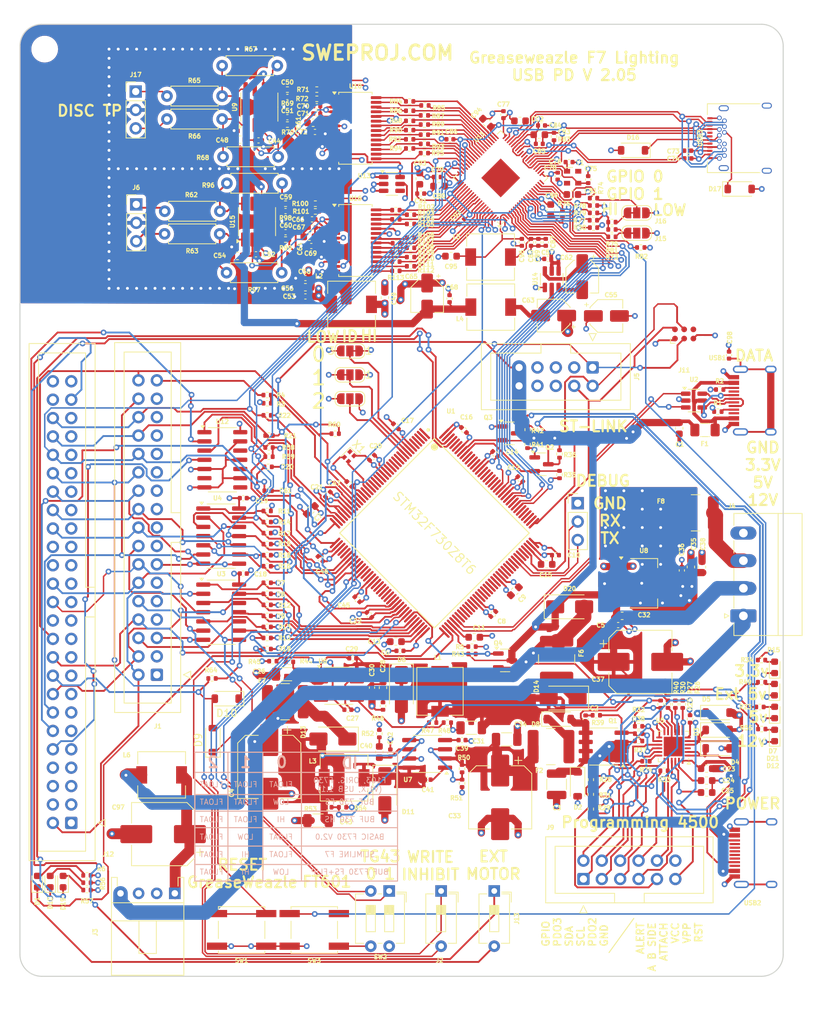
<source format=kicad_pcb>
(kicad_pcb
	(version 20240108)
	(generator "pcbnew")
	(generator_version "8.0")
	(general
		(thickness 1.6)
		(legacy_teardrops no)
	)
	(paper "E")
	(title_block
		(title "Greaseweazle F7 Lighting, USB PD")
		(date "2024-08-25")
		(rev "2.04")
		(company "SweProj.com")
	)
	(layers
		(0 "F.Cu" signal)
		(1 "In1.Cu" power)
		(2 "In2.Cu" power)
		(31 "B.Cu" signal)
		(32 "B.Adhes" user "B.Adhesive")
		(33 "F.Adhes" user "F.Adhesive")
		(34 "B.Paste" user)
		(35 "F.Paste" user)
		(36 "B.SilkS" user "B.Silkscreen")
		(37 "F.SilkS" user "F.Silkscreen")
		(38 "B.Mask" user)
		(39 "F.Mask" user)
		(40 "Dwgs.User" user "User.Drawings")
		(41 "Cmts.User" user "User.Comments")
		(42 "Eco1.User" user "User.Eco1")
		(43 "Eco2.User" user "User.Eco2")
		(44 "Edge.Cuts" user)
		(45 "Margin" user)
		(46 "B.CrtYd" user "B.Courtyard")
		(47 "F.CrtYd" user "F.Courtyard")
		(48 "B.Fab" user)
		(49 "F.Fab" user)
	)
	(setup
		(stackup
			(layer "F.SilkS"
				(type "Top Silk Screen")
			)
			(layer "F.Paste"
				(type "Top Solder Paste")
			)
			(layer "F.Mask"
				(type "Top Solder Mask")
				(thickness 0.01)
			)
			(layer "F.Cu"
				(type "copper")
				(thickness 0.035)
			)
			(layer "dielectric 1"
				(type "core")
				(thickness 0.48)
				(material "FR4")
				(epsilon_r 4.5)
				(loss_tangent 0.02)
			)
			(layer "In1.Cu"
				(type "copper")
				(thickness 0.035)
			)
			(layer "dielectric 2"
				(type "prepreg")
				(thickness 0.48)
				(material "FR4")
				(epsilon_r 4.5)
				(loss_tangent 0.02)
			)
			(layer "In2.Cu"
				(type "copper")
				(thickness 0.035)
			)
			(layer "dielectric 3"
				(type "core")
				(thickness 0.48)
				(material "FR4")
				(epsilon_r 4.5)
				(loss_tangent 0.02)
			)
			(layer "B.Cu"
				(type "copper")
				(thickness 0.035)
			)
			(layer "B.Mask"
				(type "Bottom Solder Mask")
				(thickness 0.01)
			)
			(layer "B.Paste"
				(type "Bottom Solder Paste")
			)
			(layer "B.SilkS"
				(type "Bottom Silk Screen")
			)
			(copper_finish "None")
			(dielectric_constraints no)
		)
		(pad_to_mask_clearance 0)
		(allow_soldermask_bridges_in_footprints no)
		(pcbplotparams
			(layerselection 0x00010fc_ffffffff)
			(plot_on_all_layers_selection 0x0000000_00000000)
			(disableapertmacros no)
			(usegerberextensions no)
			(usegerberattributes yes)
			(usegerberadvancedattributes yes)
			(creategerberjobfile yes)
			(dashed_line_dash_ratio 12.000000)
			(dashed_line_gap_ratio 3.000000)
			(svgprecision 6)
			(plotframeref no)
			(viasonmask no)
			(mode 1)
			(useauxorigin no)
			(hpglpennumber 1)
			(hpglpenspeed 20)
			(hpglpendiameter 15.000000)
			(pdf_front_fp_property_popups yes)
			(pdf_back_fp_property_popups yes)
			(dxfpolygonmode yes)
			(dxfimperialunits yes)
			(dxfusepcbnewfont yes)
			(psnegative no)
			(psa4output no)
			(plotreference yes)
			(plotvalue yes)
			(plotfptext yes)
			(plotinvisibletext no)
			(sketchpadsonfab no)
			(subtractmaskfromsilk no)
			(outputformat 1)
			(mirror no)
			(drillshape 0)
			(scaleselection 1)
			(outputdirectory "Greaseweazle_V1.01")
		)
	)
	(net 0 "")
	(net 1 "Net-(D2-K)")
	(net 2 "Net-(C2-Pad2)")
	(net 3 "Net-(U1A-VDD12OTGHS)")
	(net 4 "+12V")
	(net 5 "+3V3")
	(net 6 "+5VA")
	(net 7 "Net-(U1A-VCAP_1)")
	(net 8 "Net-(U1A-VCAP_2)")
	(net 9 "Net-(U5-VREG_2V7)")
	(net 10 "/Power_USB/USB_POWER")
	(net 11 "Net-(U5-VREG_1V2)")
	(net 12 "Net-(U6-SS)")
	(net 13 "Net-(U6-COMP)")
	(net 14 "Net-(C28-Pad2)")
	(net 15 "Net-(D6-K)")
	(net 16 "Net-(U6-BOOT)")
	(net 17 "Net-(D14-A)")
	(net 18 "Net-(U7-SS)")
	(net 19 "+24V")
	(net 20 "+5V")
	(net 21 "Net-(U7-COMP)")
	(net 22 "Net-(D11-K)")
	(net 23 "Net-(C40-Pad2)")
	(net 24 "Net-(U7-BOOT)")
	(net 25 "Net-(D13-A)")
	(net 26 "Net-(U10-SENSE)")
	(net 27 "Net-(U10-VIN+)")
	(net 28 "Net-(U10-VIN-)")
	(net 29 "/LED1")
	(net 30 "/Power_USB/CC2")
	(net 31 "/Power_USB/CC1")
	(net 32 "Net-(U10-REFT)")
	(net 33 "Net-(U10-REFB)")
	(net 34 "Net-(U14-CAP+)")
	(net 35 "Net-(U14-CAP-)")
	(net 36 "Net-(U14-OUT)")
	(net 37 "Net-(U11-T0DN)")
	(net 38 "Net-(U11-T0DP)")
	(net 39 "/~{RDY}")
	(net 40 "/~{WR_PROT}")
	(net 41 "/~{TRK_00}")
	(net 42 "/~{INDEX}")
	(net 43 "Net-(U11-XI)")
	(net 44 "Net-(U11-XO)")
	(net 45 "/SWDIO")
	(net 46 "/SWCLK")
	(net 47 "/ID2")
	(net 48 "Net-(J3-Pin_1)")
	(net 49 "/Power_USB/RST")
	(net 50 "/Power_USB/POWER_PDO2")
	(net 51 "VPP")
	(net 52 "/Power_USB/SCL")
	(net 53 "/Power_USB/SDA")
	(net 54 "/Power_USB/ATTACH")
	(net 55 "/Power_USB/POWER_PDO3")
	(net 56 "/Power_USB/A_B_SIDE")
	(net 57 "/Power_USB/GPIO")
	(net 58 "/Power_USB/ALERT")
	(net 59 "Net-(D1-A)")
	(net 60 "Net-(D7-A)")
	(net 61 "Net-(D8-K)")
	(net 62 "/~{FLIPPY}")
	(net 63 "Net-(D12-A)")
	(net 64 "/~{DENS}")
	(net 65 "/SPARE1")
	(net 66 "/SPARE2")
	(net 67 "/~{M0}")
	(net 68 "/~{DS1}")
	(net 69 "/~{DS0}")
	(net 70 "/~{DIR}")
	(net 71 "/~{STEP}")
	(net 72 "/~{WR_DAT}")
	(net 73 "/~{WR_GATE}")
	(net 74 "/~{SIDE}")
	(net 75 "Net-(D13-K)")
	(net 76 "Net-(D14-K)")
	(net 77 "Net-(D15-A)")
	(net 78 "Net-(D16-K)")
	(net 79 "Net-(D17-K)")
	(net 80 "Net-(U2-VBUS)")
	(net 81 "Net-(J4-Pin_3)")
	(net 82 "/~{M1}")
	(net 83 "Net-(J1-Pin_6)")
	(net 84 "Net-(J1-Pin_33)")
	(net 85 "unconnected-(J5-Pin_3-Pad3)")
	(net 86 "nRST")
	(net 87 "/RX")
	(net 88 "/TX")
	(net 89 "unconnected-(J11-Pin_6-Pad6)")
	(net 90 "unconnected-(J12-Pin_4-Pad4)")
	(net 91 "unconnected-(J12-Pin_6-Pad6)")
	(net 92 "unconnected-(J12-Pin_8-Pad8)")
	(net 93 "/~{FD2S}")
	(net 94 "/~{DC}")
	(net 95 "unconnected-(J12-Pin_24-Pad24)")
	(net 96 "VCC")
	(net 97 "/~{DRIVE2}")
	(net 98 "/~{DRIVE3}")
	(net 99 "unconnected-(J12-Pin_50-Pad50)")
	(net 100 "Net-(J15-Pin_1)")
	(net 101 "Net-(J16-Pin_1)")
	(net 102 "Net-(J17-Pin_1)")
	(net 103 "Net-(J17-Pin_3)")
	(net 104 "/BE_0")
	(net 105 "Net-(Q1-G)")
	(net 106 "Net-(USB1-CC1)")
	(net 107 "Net-(USB1-CC2)")
	(net 108 "Net-(U1A-OTG_HS_REXT)")
	(net 109 "Net-(U5-VBUS_VS_DISCH)")
	(net 110 "Net-(U5-VBUS_EN_SNK)")
	(net 111 "/AD_USB/TX+")
	(net 112 "Net-(U5-DISCH)")
	(net 113 "Net-(U6-EN)")
	(net 114 "Net-(U6-VSENSE)")
	(net 115 "Net-(U7-EN)")
	(net 116 "Net-(U7-VSENSE)")
	(net 117 "Net-(U9-+IN)")
	(net 118 "Net-(U9--IN)")
	(net 119 "Net-(U9--OUT)")
	(net 120 "Net-(U9-+OUT)")
	(net 121 "Net-(U10-MODE)")
	(net 122 "Net-(U11-GPIO0)")
	(net 123 "Net-(U11-GPIO1)")
	(net 124 "Net-(U11-WAKEUP_N)")
	(net 125 "Net-(U11-SIWU_N)")
	(net 126 "Net-(U11-OE_N)")
	(net 127 "Net-(U11-RD_N)")
	(net 128 "Net-(U11-WR_N)")
	(net 129 "Net-(U11-RREF)")
	(net 130 "Net-(U11-DATA_0)")
	(net 131 "Net-(U11-DATA_1)")
	(net 132 "Net-(U11-DATA_2)")
	(net 133 "Net-(U11-DATA_3)")
	(net 134 "Net-(U11-DATA_4)")
	(net 135 "Net-(U11-DATA_5)")
	(net 136 "Net-(U11-DATA_6)")
	(net 137 "Net-(U11-DATA_7)")
	(net 138 "Net-(U11-DATA_8)")
	(net 139 "Net-(U11-DATA_9)")
	(net 140 "Net-(U11-DATA_10)")
	(net 141 "Net-(U11-DATA_11)")
	(net 142 "unconnected-(U1C-PE2-Pad1)")
	(net 143 "unconnected-(U1C-PE3-Pad2)")
	(net 144 "unconnected-(U1C-PE4-Pad3)")
	(net 145 "unconnected-(U1C-PE5-Pad4)")
	(net 146 "unconnected-(U1C-PE6-Pad5)")
	(net 147 "unconnected-(U1C-PF0-Pad10)")
	(net 148 "unconnected-(U1C-PF1-Pad11)")
	(net 149 "unconnected-(U1C-PF2-Pad12)")
	(net 150 "unconnected-(U1C-PF3-Pad13)")
	(net 151 "unconnected-(U1C-PF4-Pad14)")
	(net 152 "unconnected-(U1C-PF5-Pad15)")
	(net 153 "unconnected-(U1C-PF6-Pad18)")
	(net 154 "unconnected-(U1C-PF7-Pad19)")
	(net 155 "unconnected-(U1C-PF8-Pad20)")
	(net 156 "unconnected-(U1C-PF9-Pad21)")
	(net 157 "unconnected-(U1C-PF10-Pad22)")
	(net 158 "Net-(U1C-PH0)")
	(net 159 "unconnected-(U1C-PH1-Pad24)")
	(net 160 "unconnected-(U1B-PC0-Pad26)")
	(net 161 "unconnected-(U1B-PA4-Pad40)")
	(net 162 "unconnected-(U1B-PA5-Pad41)")
	(net 163 "unconnected-(U1B-PC5-Pad45)")
	(net 164 "unconnected-(U1C-PF11-Pad49)")
	(net 165 "unconnected-(U1C-PF12-Pad50)")
	(net 166 "unconnected-(U1C-PF13-Pad53)")
	(net 167 "unconnected-(U1C-PF14-Pad54)")
	(net 168 "unconnected-(U1C-PF15-Pad55)")
	(net 169 "unconnected-(U1C-PG0-Pad56)")
	(net 170 "unconnected-(U1C-PG1-Pad57)")
	(net 171 "unconnected-(U1C-PE7-Pad58)")
	(net 172 "unconnected-(U1C-PE8-Pad59)")
	(net 173 "unconnected-(J12-Pin_43-Pad43)")
	(net 174 "/~{EXT_MOTOR}")
	(net 175 "unconnected-(U1B-PD8-Pad79)")
	(net 176 "unconnected-(U1B-PD9-Pad80)")
	(net 177 "unconnected-(U1B-PD10-Pad81)")
	(net 178 "SCL_3V3")
	(net 179 "SDA_3V3")
	(net 180 "/P_STUSB")
	(net 181 "/~{MOTOR_EN}")
	(net 182 "unconnected-(U1B-PD11-Pad82)")
	(net 183 "unconnected-(U1B-PD12-Pad83)")
	(net 184 "unconnected-(U1B-PD13-Pad84)")
	(net 185 "unconnected-(U1B-PD14-Pad87)")
	(net 186 "unconnected-(U1B-PD15-Pad88)")
	(net 187 "unconnected-(U1C-PG2-Pad89)")
	(net 188 "unconnected-(U1C-PG3-Pad90)")
	(net 189 "unconnected-(U1C-PG4-Pad91)")
	(net 190 "unconnected-(U1C-PG5-Pad92)")
	(net 191 "unconnected-(U1C-PG8-Pad93)")
	(net 192 "unconnected-(U1B-PC6-Pad96)")
	(net 193 "unconnected-(U1B-PC7-Pad97)")
	(net 194 "unconnected-(U1B-PC8-Pad98)")
	(net 195 "unconnected-(U1B-PC9-Pad99)")
	(net 196 "unconnected-(U1B-PA8-Pad100)")
	(net 197 "unconnected-(U1B-PA11-Pad103)")
	(net 198 "unconnected-(U1B-PA12-Pad104)")
	(net 199 "unconnected-(U1B-PA15-Pad110)")
	(net 200 "unconnected-(U1B-PC10-Pad111)")
	(net 201 "unconnected-(U1B-PC11-Pad112)")
	(net 202 "/BE_1")
	(net 203 "/BE_2")
	(net 204 "/BE_3")
	(net 205 "/TXE_N")
	(net 206 "+3.3VADC")
	(net 207 "unconnected-(U1B-PC12-Pad113)")
	(net 208 "unconnected-(U1B-PD0-Pad114)")
	(net 209 "-3V3")
	(net 210 "/~{DENSEL}")
	(net 211 "/INUSE")
	(net 212 "/~{M0_EN}")
	(net 213 "/~{DRIVE1}")
	(net 214 "/~{DRIVE0}")
	(net 215 "/~{M1_EN}")
	(net 216 "/~{DIRECTION}")
	(net 217 "/~{STEPS}")
	(net 218 "/~{WR_DATA}")
	(net 219 "/~{WR_GATE_OUT}")
	(net 220 "/~{SIDE_SEL}")
	(net 221 "unconnected-(U1B-PD3-Pad117)")
	(net 222 "/RXE_N")
	(net 223 "unconnected-(U1C-PG9-Pad124)")
	(net 224 "Net-(J2-Pad2)")
	(net 225 "unconnected-(U1C-PG10-Pad125)")
	(net 226 "unconnected-(U1C-PG11-Pad126)")
	(net 227 "unconnected-(U1C-PG12-Pad127)")
	(net 228 "unconnected-(U1C-PG13-Pad128)")
	(net 229 "unconnected-(U1C-PG14-Pad129)")
	(net 230 "unconnected-(U1C-PG15-Pad132)")
	(net 231 "unconnected-(U1B-PB3-Pad133)")
	(net 232 "/AD_USB/D+")
	(net 233 "/AD_USB/D-")
	(net 234 "/AD_USB/RX-")
	(net 235 "unconnected-(U1B-PB4-Pad134)")
	(net 236 "unconnected-(U1B-PB5-Pad135)")
	(net 237 "/~{RD_DATA}")
	(net 238 "/AD/CLK_60MHz")
	(net 239 "unconnected-(U1B-PB8-Pad139)")
	(net 240 "unconnected-(U1B-PB9-Pad140)")
	(net 241 "unconnected-(Y1-Pad2)")
	(net 242 "unconnected-(Y1-Pad4)")
	(net 243 "/~{TG43_0}")
	(net 244 "/~{TG43_1}")
	(net 245 "/AD_USB/RX+")
	(net 246 "/LED2")
	(net 247 "/LED3")
	(net 248 "Net-(USB1-DP1)")
	(net 249 "Net-(USB1-DN1)")
	(net 250 "unconnected-(U5-NC-Pad3)")
	(net 251 "/AD_USB/VD10")
	(net 252 "/AD_USB/VCCIO")
	(net 253 "/AD_USB/AVDD")
	(net 254 "unconnected-(U9-NC-Pad7)")
	(net 255 "unconnected-(U10-OTR-Pad1)")
	(net 256 "Net-(U11-CLK)")
	(net 257 "/AD_USB/FT_RST")
	(net 258 "GND")
	(net 259 "unconnected-(U13-Pad4)")
	(net 260 "unconnected-(U11-DATA_31-Pad76)")
	(net 261 "unconnected-(U11-EXP-Pad77)")
	(net 262 "unconnected-(USB1-SBU2-Pad3)")
	(net 263 "unconnected-(USB1-SBU1-Pad9)")
	(net 264 "unconnected-(USB2-SBU2-Pad3)")
	(net 265 "unconnected-(USB2-DN2-Pad5)")
	(net 266 "unconnected-(USB2-DP1-Pad6)")
	(net 267 "unconnected-(USB2-DN1-Pad7)")
	(net 268 "unconnected-(USB2-DP2-Pad8)")
	(net 269 "unconnected-(USB2-SBU1-Pad9)")
	(net 270 "unconnected-(USB3-SBU1-PadA8)")
	(net 271 "unconnected-(USB3-SBU2-PadB8)")
	(net 272 "/AD_USB/VBUS")
	(net 273 "/AD_USB/TX-")
	(net 274 "unconnected-(X1-Tri-State-Pad1)")
	(net 275 "Net-(D18-A)")
	(net 276 "Net-(D19-A)")
	(net 277 "Net-(J13-Pad2)")
	(net 278 "/~{MOTOR2}")
	(net 279 "/~{FD2}")
	(net 280 "unconnected-(U12-Pad6)")
	(net 281 "unconnected-(U12-Pad8)")
	(net 282 "unconnected-(U12-Pad10)")
	(net 283 "unconnected-(U12-Pad12)")
	(net 284 "unconnected-(J12-Pin_48-Pad48)")
	(net 285 "Net-(D21-A)")
	(net 286 "Net-(U15-VOCM)")
	(net 287 "Net-(U16-VIN+)")
	(net 288 "Net-(U16-VIN-)")
	(net 289 "Net-(U16-REFB)")
	(net 290 "Net-(U16-REFT)")
	(net 291 "Net-(J6-Pin_1)")
	(net 292 "Net-(J6-Pin_3)")
	(net 293 "Net-(U15-+IN)")
	(net 294 "Net-(U15--IN)")
	(net 295 "Net-(U15--OUT)")
	(net 296 "Net-(U15-+OUT)")
	(net 297 "Net-(U16-MODE)")
	(net 298 "unconnected-(U15-NC-Pad7)")
	(net 299 "unconnected-(U16-OTR-Pad1)")
	(net 300 "Net-(U11-DATA_16)")
	(net 301 "Net-(U11-DATA_17)")
	(net 302 "Net-(U11-DATA_18)")
	(net 303 "Net-(U11-DATA_19)")
	(net 304 "Net-(U11-DATA_20)")
	(net 305 "Net-(U11-DATA_21)")
	(net 306 "Net-(U11-DATA_22)")
	(net 307 "Net-(U11-DATA_23)")
	(net 308 "Net-(U11-DATA_24)")
	(net 309 "Net-(U11-DATA_25)")
	(net 310 "Net-(U11-DATA_26)")
	(net 311 "Net-(U11-DATA_27)")
	(net 312 "/PA11")
	(net 313 "/PA10")
	(net 314 "/PA9")
	(net 315 "/PA8")
	(net 316 "/PA7")
	(net 317 "/PA6")
	(net 318 "/PA5")
	(net 319 "/PA4")
	(net 320 "/PA3")
	(net 321 "/PA2")
	(net 322 "/PA1")
	(net 323 "/PA0")
	(net 324 "/PA23")
	(net 325 "/PA22")
	(net 326 "/PA21")
	(net 327 "/PA20")
	(net 328 "/PA19")
	(net 329 "/PA18")
	(net 330 "/PA17")
	(net 331 "/PA16")
	(net 332 "/PA15")
	(net 333 "/PA14")
	(net 334 "/PA13")
	(net 335 "/PA12")
	(net 336 "Net-(USB1-SHIELD)")
	(net 337 "/USB_D_P")
	(net 338 "/USB_D_N")
	(footprint "MountingHole:MountingHole_3.2mm_M3" (layer "F.Cu") (at 192.532 33.02))
	(footprint "MountingHole:MountingHole_3.2mm_M3" (layer "F.Cu") (at 192.532 157.48))
	(footprint "MountingHole:MountingHole_3.2mm_M3" (layer "F.Cu") (at 93.98 33.02))
	(footprint "Capacitor_SMD:C_0402_1005Metric" (layer "F.Cu") (at 136.060589 93.060589 135))
	(footprint "Capacitor_SMD:C_0603_1608Metric" (layer "F.Cu") (at 181.642 85.344 90))
	(footprint "Capacitor_SMD:C_0402_1005Metric" (layer "F.Cu") (at 168.7 125.476 90))
	(footprint "Capacitor_SMD:C_1210_3225Metric" (layer "F.Cu") (at 164.7 134.5 -90))
	(footprint "Capacitor_SMD:C_0402_1005Metric" (layer "F.Cu") (at 143.06 116.078 180))
	(footprint "Capacitor_SMD:C_0402_1005Metric" (layer "F.Cu") (at 155.956 110.998 -135))
	(footprint "Capacitor_SMD:C_0603_1608Metric" (layer "F.Cu") (at 158.9278 107.8484 -135))
	(footprint "Capacitor_SMD:C_0402_1005Metric" (layer "F.Cu") (at 164.5412 102.87 180))
	(footprint "Capacitor_SMD:C_0603_1608Metric" (layer "F.Cu") (at 153.325 114.2))
	(footprint "Capacitor_SMD:C_0402_1005Metric" (layer "F.Cu") (at 159.680589 92.370589 -45))
	(footprint "Capacitor_SMD:C_0603_1608Metric" (layer "F.Cu") (at 142.494 114.808 180))
	(footprint "Capacitor_SMD:C_0402_1005Metric" (layer "F.Cu") (at 156.21 88.9 -45))
	(footprint "Capacitor_SMD:C_0603_1608Metric" (layer "F.Cu") (at 163.322 104.14))
	(footprint "Capacitor_SMD:C_0402_1005Metric" (layer "F.Cu") (at 151.892 85.598 -45))
	(footprint "Capacitor_SMD:C_0402_1005Metric" (layer "F.Cu") (at 142.494 85.09 135))
	(footprint "Capacitor_SMD:C_0402_1005Metric" (layer "F.Cu") (at 121.412 105.41))
	(footprint "Capacitor_SMD:C_0402_1005Metric" (layer "F.Cu") (at 121.412 94.996))
	(footprint "Capacitor_SMD:C_0402_1005Metric" (layer "F.Cu") (at 139.192 89.408 45))
	(footprint "Capacitor_SMD:C_0402_1005Metric" (layer "F.Cu") (at 133.096 94.488 -135))
	(footprint "Capacitor_SMD:C_0402_1005Metric" (layer "F.Cu") (at 138.811 111.125 135))
	(footprint "Capacitor_SMD:C_0603_1608Metric" (layer "F.Cu") (at 185.42 132.334))
	(footprint "Capacitor_SMD:C_0603_1608Metric" (layer "F.Cu") (at 185.42 133.985))
	(footprint "Capacitor_SMD:C_0603_1608Metric" (layer "F.Cu") (at 185.42 135.636))
	(footprint "Capacitor_SMD:C_1206_3216Metric" (layer "F.Cu") (at 127.4 119.3 180))
	(footprint "Capacitor_SMD:C_0402_1005Metric" (layer "F.Cu") (at 135.862 124.206))
	(footprint "Capacitor_SMD:C_0603_1608Metric" (layer "F.Cu") (at 140.716 121.158 -90))
	(footprint "Capacitor_SMD:C_0402_1005Metric" (layer "F.Cu") (at 136.535 117.1 180))
	(footprint "Capacitor_SMD:C_0402_1005Metric" (layer "F.Cu") (at 139.192 121.158 -90))
	(footprint "Capacitor_SMD:C_1206_3216Metric" (layer "F.Cu") (at 152.9 126.7 180))
	(footprint "Capacitor_SMD:CP_Elec_8x10.5" (layer "F.Cu") (at 156.9 136.3 -90))
	(footprint "Capacitor_SMD:C_1206_3216Metric" (layer "F.Cu") (at 157.8 128.3))
	(footprint "Capacitor_SMD:C_0402_1005Metric" (layer "F.Cu") (at 151.638 128.4))
	(footprint "Capacitor_SMD:C_0603_1608Metric" (layer "F.Cu") (at 140.208 130.048 90))
	(footprint "Capacitor_SMD:C_0402_1005Metric" (layer "F.Cu") (at 146.812 133.858))
	(footprint "Capacitor_SMD:C_0402_1005Metric" (layer "F.Cu") (at 141.732 130.175 90))
	(footprint "Diode_SMD:D_SOD-123" (layer "F.Cu") (at 167.6 134.5 -90))
	(footprint "Diode_SMD:D_SOD-123" (layer "F.Cu") (at 186.944 127))
	(footprint "Diode_SMD:D_SOD-123" (layer "F.Cu") (at 186.944 129.54))
	(footprint "Diode_SMD:D_SMA"
		(layer "F.Cu")
		(uuid "00000000-0000-0000-0000-000060f2a8e3")
		(at 143.256 121.412 -90)
		(descr "Diode SMA (DO-214AC)")
		(tags "Diode SMA (DO-214AC)")
		(property "Reference" "D6"
			(at -4.112 -0.044 180)
			(layer "F.SilkS")
			(uuid "c1103a5f-fdb3-4f7f-b0aa-03fd3b08fa7f")
			(effects
				(font
					(size 0.6 0.6)
					(thickness 0.15)
				)
			)
		)
		(property "Value" "B340A-13-F"
			(at 0 2.6 90)
			(layer "F.Fab")
			(uuid "8360d87b-cf83-4f9d-9392-4dd3cccdb1bb")
			(effects
				(font
					(size 1 1)
					(thickness 0.15)
				)
			)
		)
		(property "Footprint" "Diode_SMD:D_SMA"
			(at 0 0 -90)
			(layer "F.Fab")
			(hide yes)
			(uuid "17e59968-9071-423d-b0d9-bbd6290a8b2d")
			(effects
				(font
					(size 1.27 1.27)
					(thickness 0.15)
				)
			)
		)
		(property "Datasheet" ""
			(at 0 0 -90)
			(layer "F.Fab")
			(hide yes)
			(uuid "d65a6ee0-96ba-45cf-b4a5-f07df742feb8")
			(effects
				(font
					(size 1.27 1.27)
					(thickness 0.15)
				)
			)
		)
		(property "Description" "Schottky diode"
			(at 0 0 -90)
			(layer "F.Fab")
			(hide yes)
			(uuid "37fd644c-b125-4e63-9a11-c883bda28577")
			(effects
				(font
					(size 1.27 1.27)
					(thickness 0.15)
				)
			)
		)
		(property "LCSC" "C26178"
			(at 21.844 264.668 0)
			(layer "F.Fab")
			(hide yes)
			(uuid "1f753531-3034-4e66-a0a4-9e3024b86feb")
			(effects
				(font
					(size 1 1)
					(thickness 0.15)
				)
			)
		)
		(property ki_fp_filters "TO-???* *_Diode_* *SingleDiode* D_*")
		(path "/00000000-0000-0000-0000-0000619586c3/00000000-0000-0000-0000-000061d9673d")
		(sheetname "Power")
		(sheetfile "Power.kicad_sch")
		(attr smd)
		(fp_line
			(start -3.51 1.65)
			(end 2 1.65)

... [3377523 chars truncated]
</source>
